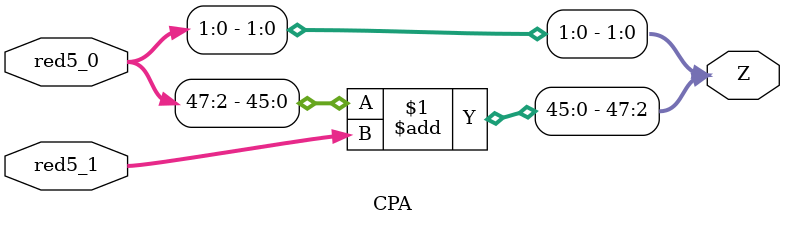
<source format=sv>
module CPA(
  input [47:0]red5_0,
  input [45:0]red5_1,
  
  output [47:0]Z);
  
  assign Z[1:0] = red5_0[1:0];
  
  assign Z[47:2] = red5_0[47:2] + red5_1;
  
endmodule

</source>
